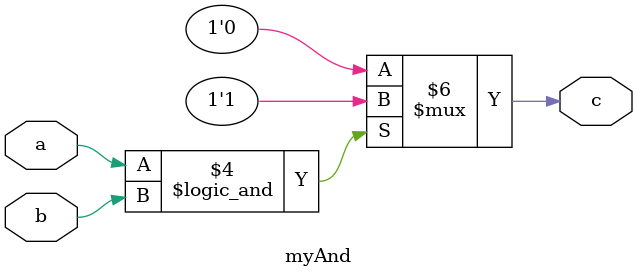
<source format=v>
module myAnd(a,b,c);
	input a,b;
	output c;

	reg c;

	always @(a or b)
	begin
	//Whenever a or b changes this block executes
		if ( ((a==1'b1) && (b==1'b1) ))
		begin
			c =1'b1;
			$monitor("I am at if part");
			
		end
		else
			c=1'b0;
			$monitor("I am at else part");			

	end
endmodule
//End of the module

</source>
